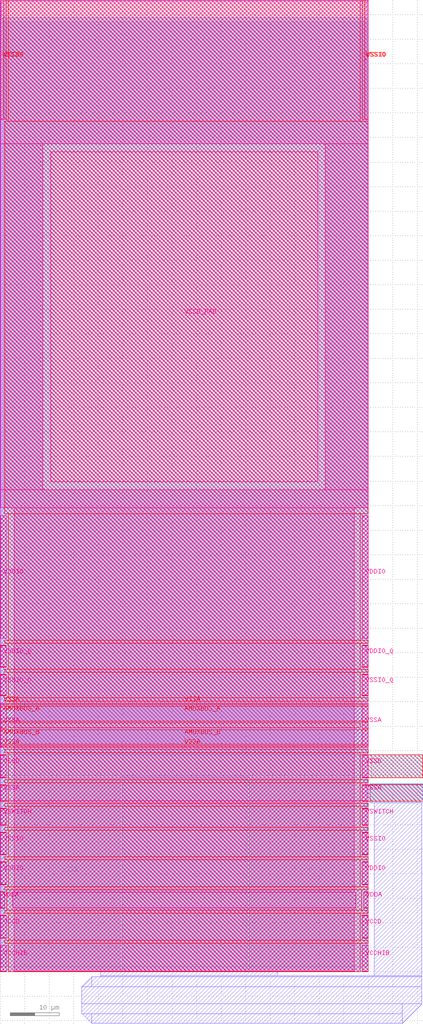
<source format=lef>
VERSION 5.7 ;
  NOWIREEXTENSIONATPIN ON ;
  DIVIDERCHAR "/" ;
  BUSBITCHARS "[]" ;
MACRO sky130_ef_io__vssd_lvc_clamped_pad
  CLASS PAD POWER ;
  FOREIGN sky130_ef_io__vssd_lvc_clamped_pad ;
  ORIGIN 0.000 0.000 ;
  SIZE 75.000 BY 197.965 ;
  PIN AMUXBUS_A
    DIRECTION INOUT ;
    USE SIGNAL ;
    PORT
      LAYER met4 ;
        RECT 0.000 51.090 75.000 54.070 ;
    END
    PORT
      LAYER met4 ;
        RECT 0.000 51.090 1.270 54.070 ;
    END
  END AMUXBUS_A
  PIN AMUXBUS_B
    DIRECTION INOUT ;
    USE SIGNAL ;
    PORT
      LAYER met4 ;
        RECT 0.000 46.330 75.000 49.310 ;
    END
    PORT
      LAYER met4 ;
        RECT 0.000 46.330 1.270 49.310 ;
    END
  END AMUXBUS_B
  PIN VSSD_PAD
    DIRECTION INOUT ;
    USE GROUND ;
    PORT
      LAYER met5 ;
        RECT 10.270 99.865 64.670 167.130 ;
    END
  END VSSD_PAD
  PIN VSSA
    DIRECTION INOUT ;
    USE GROUND ;
    PORT
      LAYER met5 ;
        RECT 73.730 45.700 75.000 54.700 ;
    END
    PORT
      LAYER met5 ;
        RECT 73.730 34.805 75.000 38.050 ;
    END
    PORT
      LAYER met5 ;
        RECT 0.000 45.700 1.270 54.700 ;
    END
    PORT
      LAYER met5 ;
        RECT 0.000 34.805 1.270 38.050 ;
    END
    PORT
      LAYER met4 ;
        RECT 73.730 49.610 75.000 50.790 ;
    END
    PORT
      LAYER met4 ;
        RECT 0.000 54.370 75.000 54.700 ;
    END
    PORT
      LAYER met4 ;
        RECT 0.000 45.700 75.000 46.030 ;
    END
    PORT
      LAYER met4 ;
        RECT 73.730 34.700 75.000 38.150 ;
    END
    PORT
      LAYER met4 ;
        RECT 0.000 45.700 1.270 46.030 ;
    END
    PORT
      LAYER met4 ;
        RECT 0.000 49.610 1.270 50.790 ;
    END
    PORT
      LAYER met4 ;
        RECT 0.000 54.370 1.270 54.700 ;
    END
    PORT
      LAYER met4 ;
        RECT 0.000 34.700 1.270 38.150 ;
    END
  END VSSA
  PIN VDDA
    DIRECTION INOUT ;
    USE POWER ;
    PORT
      LAYER met5 ;
        RECT 74.035 13.000 75.000 16.250 ;
    END
    PORT
      LAYER met5 ;
        RECT 0.000 13.000 0.965 16.250 ;
    END
    PORT
      LAYER met4 ;
        RECT 74.035 12.900 75.000 16.350 ;
    END
    PORT
      LAYER met4 ;
        RECT 0.000 12.900 0.965 16.350 ;
    END
  END VDDA
  PIN VSWITCH
    DIRECTION INOUT ;
    USE POWER ;
    PORT
      LAYER met5 ;
        RECT 73.730 29.950 75.000 33.200 ;
    END
    PORT
      LAYER met5 ;
        RECT 0.000 29.950 1.270 33.200 ;
    END
    PORT
      LAYER met4 ;
        RECT 73.730 29.850 75.000 33.300 ;
    END
    PORT
      LAYER met4 ;
        RECT 0.000 29.850 1.270 33.300 ;
    END
  END VSWITCH
  PIN VDDIO_Q
    DIRECTION INOUT ;
    USE POWER ;
    PORT
      LAYER met5 ;
        RECT 73.730 62.150 75.000 66.400 ;
    END
    PORT
      LAYER met5 ;
        RECT 0.000 62.150 1.270 66.400 ;
    END
    PORT
      LAYER met4 ;
        RECT 73.730 62.050 75.000 66.500 ;
    END
    PORT
      LAYER met4 ;
        RECT 0.000 62.050 1.270 66.500 ;
    END
  END VDDIO_Q
  PIN VCCHIB
    DIRECTION INOUT ;
    USE POWER ;
    PORT
      LAYER met5 ;
        RECT 73.730 0.100 75.000 5.350 ;
    END
    PORT
      LAYER met5 ;
        RECT 0.000 0.100 1.270 5.350 ;
    END
    PORT
      LAYER met4 ;
        RECT 73.730 0.000 75.000 5.450 ;
    END
    PORT
      LAYER met4 ;
        RECT 0.000 0.000 1.270 5.450 ;
    END
  END VCCHIB
  PIN VDDIO
    DIRECTION INOUT ;
    USE POWER ;
    PORT
      LAYER met5 ;
        RECT 73.730 68.000 75.000 92.950 ;
    END
    PORT
      LAYER met5 ;
        RECT 73.730 17.850 75.000 22.300 ;
    END
    PORT
      LAYER met5 ;
        RECT 0.000 68.000 1.270 92.950 ;
    END
    PORT
      LAYER met5 ;
        RECT 0.000 17.850 1.270 22.300 ;
    END
    PORT
      LAYER met4 ;
        RECT 73.730 17.750 75.000 22.400 ;
    END
    PORT
      LAYER met4 ;
        RECT 73.730 68.000 75.000 92.965 ;
    END
    PORT
      LAYER met4 ;
        RECT 0.000 17.750 1.270 22.400 ;
    END
    PORT
      LAYER met4 ;
        RECT 0.000 68.000 1.270 92.965 ;
    END
  END VDDIO
  PIN VCCD
    DIRECTION INOUT ;
    USE POWER ;
    PORT
      LAYER met5 ;
        RECT 73.730 6.950 75.000 11.400 ;
    END
    PORT
      LAYER met5 ;
        RECT 0.000 6.950 1.270 11.400 ;
    END
    PORT
      LAYER met4 ;
        RECT 73.730 6.850 75.000 11.500 ;
    END
    PORT
      LAYER met4 ;
        RECT 0.000 6.850 1.270 11.500 ;
    END
  END VCCD
  PIN VSSIO
    DIRECTION INOUT ;
    USE GROUND ;
    PORT
      LAYER met4 ;
        RECT 74.225 173.750 75.000 197.965 ;
    END
    PORT
      LAYER met4 ;
        RECT 0.000 173.750 0.705 197.965 ;
    END
    PORT
      LAYER met5 ;
        RECT 73.730 23.900 75.000 28.350 ;
    END
    PORT
      LAYER met5 ;
        RECT 0.000 23.900 1.270 28.350 ;
    END
    PORT
      LAYER met4 ;
        RECT 73.730 23.800 75.000 28.450 ;
    END
    PORT
      LAYER met4 ;
        RECT 73.730 173.750 75.000 197.965 ;
    END
    PORT
      LAYER met4 ;
        RECT 0.000 173.750 1.270 197.965 ;
    END
    PORT
      LAYER met4 ;
        RECT 0.000 23.800 1.270 28.450 ;
    END
  END VSSIO
  PIN VSSD
    DIRECTION INOUT ;
    USE GROUND ;
    PORT
      LAYER met3 ;
        RECT 50.755 -0.035 74.700 39.565 ;
    END
    PORT
      LAYER met3 ;
        RECT 0.500 -0.035 24.500 39.565 ;
    END
    PORT
      LAYER met5 ;
        RECT 73.730 39.650 75.000 44.100 ;
    END
    PORT
      LAYER met5 ;
        RECT 0.000 39.650 1.270 44.100 ;
    END
    PORT
      LAYER met4 ;
        RECT 73.730 39.550 75.000 44.200 ;
    END
    PORT
      LAYER met4 ;
        RECT 0.000 39.550 1.270 44.200 ;
    END
  END VSSD
  PIN VSSIO_Q
    DIRECTION INOUT ;
    USE GROUND ;
    PORT
      LAYER met5 ;
        RECT 73.730 56.300 75.000 60.550 ;
    END
    PORT
      LAYER met5 ;
        RECT 0.000 56.300 1.270 60.550 ;
    END
    PORT
      LAYER met4 ;
        RECT 73.730 56.200 75.000 60.650 ;
    END
    PORT
      LAYER met4 ;
        RECT 0.000 56.200 1.270 60.650 ;
    END
  END VSSIO_Q
  OBS
      LAYER li1 ;
        RECT 0.240 0.985 74.755 197.745 ;
      LAYER met1 ;
        RECT 0.120 0.000 75.000 197.805 ;
        RECT 75.245 34.455 86.195 38.325 ;
        RECT 16.655 -0.035 56.565 0.000 ;
        RECT 20.495 -0.815 56.565 -0.035 ;
        RECT 76.200 -0.815 85.935 34.455 ;
        RECT 20.495 -1.015 85.935 -0.815 ;
        POLYGON 18.655 -1.015 18.655 -3.015 16.655 -3.015 ;
        RECT 18.655 -3.015 85.935 -1.015 ;
        RECT 16.655 -6.535 85.935 -3.015 ;
        RECT 16.655 -8.535 81.935 -6.535 ;
        POLYGON 16.655 -8.535 18.655 -8.535 18.655 -10.535 ;
        RECT 18.655 -10.535 81.935 -8.535 ;
        POLYGON 81.935 -6.535 85.935 -6.535 81.935 -10.535 ;
      LAYER met2 ;
        RECT 0.500 44.200 75.000 194.395 ;
        RECT 0.500 39.550 86.140 44.200 ;
        RECT 0.500 0.000 75.000 39.550 ;
        RECT 75.245 34.455 86.195 38.325 ;
        RECT 0.500 -0.035 20.495 0.000 ;
        RECT 20.925 -0.035 53.535 0.000 ;
        RECT 54.095 -0.035 74.700 0.000 ;
      LAYER met3 ;
        RECT 0.500 39.965 75.000 193.570 ;
        RECT 24.900 0.000 50.355 39.965 ;
        RECT 75.605 39.550 86.140 44.200 ;
        RECT 75.440 34.695 86.140 38.160 ;
        RECT 26.000 -0.035 36.880 0.000 ;
        RECT 38.380 -0.035 49.255 0.000 ;
      LAYER met4 ;
        RECT 1.670 173.350 73.330 197.965 ;
        RECT 0.965 93.365 75.000 173.350 ;
        RECT 1.670 67.600 73.330 93.365 ;
        RECT 0.965 66.900 75.000 67.600 ;
        RECT 1.670 61.650 73.330 66.900 ;
        RECT 0.965 61.050 75.000 61.650 ;
        RECT 1.670 55.800 73.330 61.050 ;
        RECT 0.965 55.100 75.000 55.800 ;
        RECT 1.670 49.710 73.330 50.690 ;
        RECT 0.965 44.600 75.000 45.300 ;
        RECT 1.670 39.150 73.330 44.600 ;
        RECT 75.000 39.550 86.140 44.200 ;
        RECT 0.965 38.550 75.000 39.150 ;
        RECT 1.670 34.300 73.330 38.550 ;
        RECT 75.000 34.700 86.165 38.150 ;
        RECT 0.965 33.700 75.000 34.300 ;
        RECT 1.670 29.450 73.330 33.700 ;
        RECT 0.965 28.850 75.000 29.450 ;
        RECT 1.670 23.400 73.330 28.850 ;
        RECT 0.965 22.800 75.000 23.400 ;
        RECT 1.670 17.350 73.330 22.800 ;
        RECT 0.965 16.750 75.000 17.350 ;
        RECT 1.365 12.500 73.635 16.750 ;
        RECT 0.965 11.900 75.000 12.500 ;
        RECT 1.670 6.450 73.330 11.900 ;
        RECT 0.965 5.850 75.000 6.450 ;
        RECT 1.670 0.000 73.330 5.850 ;
      LAYER met5 ;
        RECT 0.000 168.730 75.000 197.965 ;
        RECT 0.000 98.265 8.670 168.730 ;
        RECT 66.270 98.265 75.000 168.730 ;
        RECT 0.000 94.550 75.000 98.265 ;
        RECT 2.870 34.805 72.130 94.550 ;
        RECT 0.000 34.800 75.000 34.805 ;
        RECT 2.870 16.250 72.130 34.800 ;
        RECT 2.565 13.000 72.435 16.250 ;
        RECT 2.870 0.100 72.130 13.000 ;
  END
END sky130_ef_io__vssd_lvc_clamped_pad
END LIBRARY


</source>
